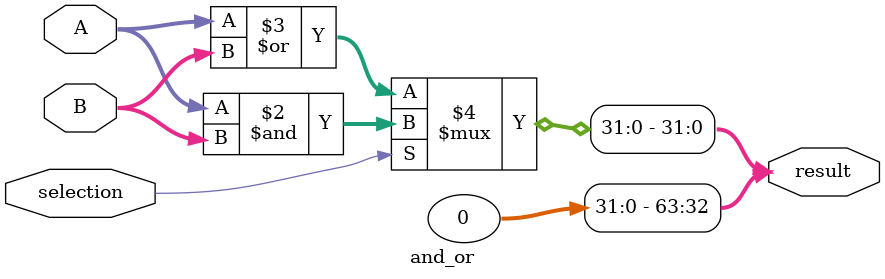
<source format=v>
module and_or #(parameter DATA_WIDTH = 32)(
    input wire [DATA_WIDTH-1:0] A, B, 
    input wire selection, 
    output wire [(2*DATA_WIDTH)-1:0] result
);

    // Assign lower DATA_WIDTH bits of result based on selection
    assign result[DATA_WIDTH-1:0] = (selection == 1) ? A & B : A | B;
    // Zero out the upper DATA_WIDTH bits of result
    assign result[(2*DATA_WIDTH)-1:DATA_WIDTH] = 0;

endmodule

</source>
